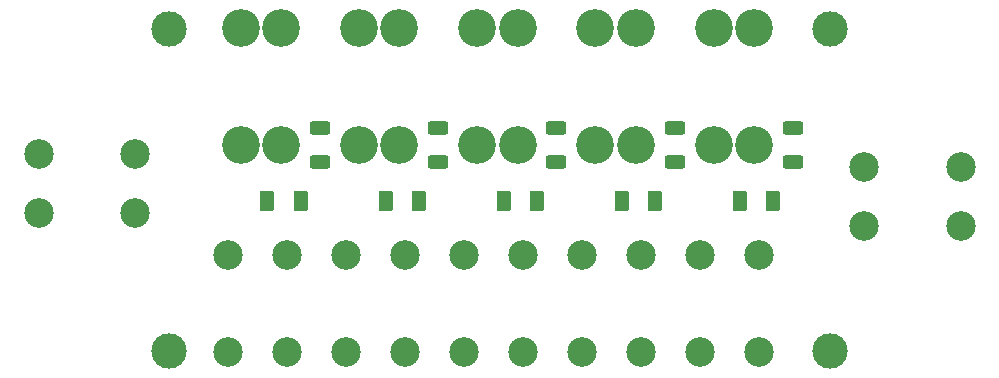
<source format=gbr>
%TF.GenerationSoftware,KiCad,Pcbnew,8.0.7-8.0.7-0~ubuntu24.04.1*%
%TF.CreationDate,2025-01-05T10:18:18-08:00*%
%TF.ProjectId,mini-pdb,6d696e69-2d70-4646-922e-6b696361645f,1.1*%
%TF.SameCoordinates,Original*%
%TF.FileFunction,Soldermask,Top*%
%TF.FilePolarity,Negative*%
%FSLAX46Y46*%
G04 Gerber Fmt 4.6, Leading zero omitted, Abs format (unit mm)*
G04 Created by KiCad (PCBNEW 8.0.7-8.0.7-0~ubuntu24.04.1) date 2025-01-05 10:18:18*
%MOMM*%
%LPD*%
G01*
G04 APERTURE LIST*
G04 Aperture macros list*
%AMRoundRect*
0 Rectangle with rounded corners*
0 $1 Rounding radius*
0 $2 $3 $4 $5 $6 $7 $8 $9 X,Y pos of 4 corners*
0 Add a 4 corners polygon primitive as box body*
4,1,4,$2,$3,$4,$5,$6,$7,$8,$9,$2,$3,0*
0 Add four circle primitives for the rounded corners*
1,1,$1+$1,$2,$3*
1,1,$1+$1,$4,$5*
1,1,$1+$1,$6,$7*
1,1,$1+$1,$8,$9*
0 Add four rect primitives between the rounded corners*
20,1,$1+$1,$2,$3,$4,$5,0*
20,1,$1+$1,$4,$5,$6,$7,0*
20,1,$1+$1,$6,$7,$8,$9,0*
20,1,$1+$1,$8,$9,$2,$3,0*%
G04 Aperture macros list end*
%ADD10C,3.204000*%
%ADD11RoundRect,0.250000X-0.375000X-0.625000X0.375000X-0.625000X0.375000X0.625000X-0.375000X0.625000X0*%
%ADD12RoundRect,0.250000X0.625000X-0.312500X0.625000X0.312500X-0.625000X0.312500X-0.625000X-0.312500X0*%
%ADD13C,2.500000*%
%ADD14C,3.000000*%
G04 APERTURE END LIST*
D10*
%TO.C,F5*%
X227274920Y-112325000D03*
X223874920Y-112325000D03*
X227274920Y-122225000D03*
X223874920Y-122225000D03*
%TD*%
%TO.C,F3*%
X207274960Y-112325000D03*
X203874960Y-112325000D03*
X207274960Y-122225000D03*
X203874960Y-122225000D03*
%TD*%
%TO.C,F4*%
X217274940Y-112325000D03*
X213874940Y-112325000D03*
X217274940Y-122225000D03*
X213874940Y-122225000D03*
%TD*%
D11*
%TO.C,D2*%
X196105000Y-126950000D03*
X198905000Y-126950000D03*
%TD*%
D12*
%TO.C,R5*%
X230574910Y-123687500D03*
X230574910Y-120762500D03*
%TD*%
D13*
%TO.C,J2*%
X236625000Y-129125000D03*
X244824999Y-129125000D03*
X236625000Y-124124998D03*
X244824999Y-124124998D03*
%TD*%
D14*
%TO.C,H4*%
X233750000Y-139700000D03*
%TD*%
D12*
%TO.C,R1*%
X190574990Y-123687500D03*
X190574990Y-120762500D03*
%TD*%
D14*
%TO.C,H1*%
X177800000Y-112450000D03*
%TD*%
%TO.C,H2*%
X233750000Y-112450000D03*
%TD*%
D11*
%TO.C,D3*%
X206105000Y-126950000D03*
X208905000Y-126950000D03*
%TD*%
D13*
%TO.C,J1*%
X174925000Y-123025000D03*
X166725001Y-123025000D03*
X174925000Y-128025002D03*
X166725001Y-128025002D03*
%TD*%
D10*
%TO.C,F2*%
X197274980Y-112325000D03*
X193874980Y-112325000D03*
X197274980Y-122225000D03*
X193874980Y-122225000D03*
%TD*%
%TO.C,F1*%
X187275000Y-112325000D03*
X183875000Y-112325000D03*
X187275000Y-122225000D03*
X183875000Y-122225000D03*
%TD*%
D12*
%TO.C,R3*%
X210574950Y-123687500D03*
X210574950Y-120762500D03*
%TD*%
D11*
%TO.C,D4*%
X216105000Y-126950000D03*
X218905000Y-126950000D03*
%TD*%
%TO.C,D1*%
X186105000Y-126950000D03*
X188905000Y-126950000D03*
%TD*%
D12*
%TO.C,R4*%
X220574930Y-123687500D03*
X220574930Y-120762500D03*
%TD*%
D14*
%TO.C,H3*%
X177800000Y-139700000D03*
%TD*%
D11*
%TO.C,D5*%
X226105000Y-126950000D03*
X228905000Y-126950000D03*
%TD*%
D13*
%TO.C,J3*%
X182725000Y-131525000D03*
X182725000Y-139724999D03*
X187725002Y-131525000D03*
X187725002Y-139724999D03*
X192725003Y-131525000D03*
X192725003Y-139724999D03*
X197725003Y-131525000D03*
X197725003Y-139724999D03*
X202725003Y-131525000D03*
X202725003Y-139724999D03*
X207725003Y-131525000D03*
X207725003Y-139724999D03*
X212725003Y-131525000D03*
X212725003Y-139724999D03*
X217725003Y-131525000D03*
X217725003Y-139724999D03*
X222725003Y-131525000D03*
X222725003Y-139724999D03*
X227725004Y-131525000D03*
X227725004Y-139724999D03*
%TD*%
D12*
%TO.C,R2*%
X200574970Y-123687500D03*
X200574970Y-120762500D03*
%TD*%
M02*

</source>
